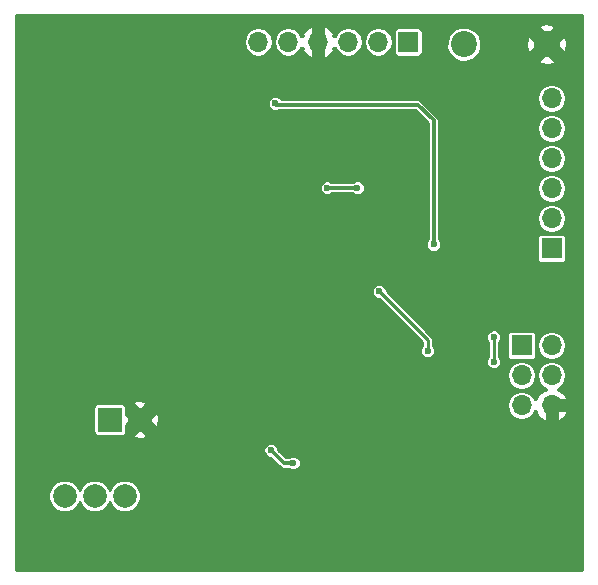
<source format=gbl>
G04 #@! TF.FileFunction,Copper,L2,Bot,Signal*
%FSLAX46Y46*%
G04 Gerber Fmt 4.6, Leading zero omitted, Abs format (unit mm)*
G04 Created by KiCad (PCBNEW 4.0.7) date 10/19/18 11:12:39*
%MOMM*%
%LPD*%
G01*
G04 APERTURE LIST*
%ADD10C,0.100000*%
%ADD11R,2.000000X2.000000*%
%ADD12C,2.000000*%
%ADD13R,1.700000X1.700000*%
%ADD14O,1.700000X1.700000*%
%ADD15C,2.200000*%
%ADD16C,0.600000*%
%ADD17C,0.300000*%
%ADD18C,0.250000*%
%ADD19C,0.254000*%
G04 APERTURE END LIST*
D10*
D11*
X138480000Y-134770000D03*
D12*
X141020000Y-134770000D03*
D13*
X173350000Y-128500000D03*
D14*
X175890000Y-128500000D03*
X173350000Y-131040000D03*
X175890000Y-131040000D03*
X173350000Y-133580000D03*
X175890000Y-133580000D03*
D13*
X175900000Y-120275000D03*
D14*
X175900000Y-117735000D03*
X175900000Y-115195000D03*
X175900000Y-112655000D03*
X175900000Y-110115000D03*
X175900000Y-107575000D03*
D12*
X137200000Y-141250000D03*
X139740000Y-141250000D03*
X134660000Y-141250000D03*
D15*
X168475000Y-103000000D03*
X175475000Y-103000000D03*
D13*
X163750000Y-102800000D03*
D14*
X161210000Y-102800000D03*
X158670000Y-102800000D03*
X156130000Y-102800000D03*
X153590000Y-102800000D03*
X151050000Y-102800000D03*
D16*
X152125000Y-137375000D03*
X154025000Y-138450000D03*
X157600000Y-106200000D03*
X156875000Y-136700000D03*
X150050000Y-136300000D03*
X150950000Y-136300000D03*
X149050000Y-136300000D03*
X155010000Y-137270000D03*
X153990000Y-137270000D03*
X155010000Y-135730000D03*
X153990000Y-135740000D03*
X157100000Y-123150000D03*
X162400000Y-122350000D03*
X157000000Y-144600000D03*
X153150000Y-112800000D03*
X149350000Y-142150000D03*
X154250000Y-130100000D03*
X155800000Y-131500000D03*
X154250000Y-132900000D03*
X163500000Y-109800000D03*
X173100000Y-110500000D03*
X171250000Y-123250000D03*
X172500000Y-121350000D03*
X156900000Y-115150000D03*
X159450000Y-115150000D03*
X171000000Y-127775000D03*
X171000000Y-129875000D03*
X165400000Y-128975000D03*
X161300000Y-123925000D03*
X165900000Y-119950000D03*
X152500000Y-108000000D03*
D17*
X152125000Y-137375000D02*
X153200000Y-138450000D01*
X153200000Y-138450000D02*
X154025000Y-138450000D01*
X156850000Y-115150000D02*
X156900000Y-115150000D01*
X159450000Y-115150000D02*
X156850000Y-115150000D01*
D18*
X171000000Y-129875000D02*
X171000000Y-127775000D01*
X165400000Y-128025000D02*
X165400000Y-128975000D01*
X161300000Y-123925000D02*
X165400000Y-128025000D01*
D17*
X165900000Y-109450000D02*
X165900000Y-119950000D01*
X164550000Y-108100000D02*
X165900000Y-109450000D01*
X152600000Y-108100000D02*
X164550000Y-108100000D01*
X152500000Y-108000000D02*
X152600000Y-108100000D01*
D19*
G36*
X178473000Y-147473000D02*
X130527000Y-147473000D01*
X130527000Y-141522701D01*
X133282762Y-141522701D01*
X133491956Y-142028989D01*
X133878974Y-142416683D01*
X134384896Y-142626760D01*
X134932701Y-142627238D01*
X135438989Y-142418044D01*
X135826683Y-142031026D01*
X135929995Y-141782224D01*
X136031956Y-142028989D01*
X136418974Y-142416683D01*
X136924896Y-142626760D01*
X137472701Y-142627238D01*
X137978989Y-142418044D01*
X138366683Y-142031026D01*
X138469995Y-141782224D01*
X138571956Y-142028989D01*
X138958974Y-142416683D01*
X139464896Y-142626760D01*
X140012701Y-142627238D01*
X140518989Y-142418044D01*
X140906683Y-142031026D01*
X141116760Y-141525104D01*
X141117238Y-140977299D01*
X140908044Y-140471011D01*
X140521026Y-140083317D01*
X140015104Y-139873240D01*
X139467299Y-139872762D01*
X138961011Y-140081956D01*
X138573317Y-140468974D01*
X138470005Y-140717776D01*
X138368044Y-140471011D01*
X137981026Y-140083317D01*
X137475104Y-139873240D01*
X136927299Y-139872762D01*
X136421011Y-140081956D01*
X136033317Y-140468974D01*
X135930005Y-140717776D01*
X135828044Y-140471011D01*
X135441026Y-140083317D01*
X134935104Y-139873240D01*
X134387299Y-139872762D01*
X133881011Y-140081956D01*
X133493317Y-140468974D01*
X133283240Y-140974896D01*
X133282762Y-141522701D01*
X130527000Y-141522701D01*
X130527000Y-137499171D01*
X151497891Y-137499171D01*
X151593145Y-137729703D01*
X151769369Y-137906235D01*
X151999735Y-138001891D01*
X152077379Y-138001959D01*
X152862710Y-138787290D01*
X153017460Y-138890691D01*
X153200000Y-138927000D01*
X153615229Y-138927000D01*
X153669369Y-138981235D01*
X153899735Y-139076891D01*
X154149171Y-139077109D01*
X154379703Y-138981855D01*
X154556235Y-138805631D01*
X154651891Y-138575265D01*
X154652109Y-138325829D01*
X154556855Y-138095297D01*
X154380631Y-137918765D01*
X154150265Y-137823109D01*
X153900829Y-137822891D01*
X153670297Y-137918145D01*
X153615346Y-137973000D01*
X153397580Y-137973000D01*
X152752042Y-137327462D01*
X152752109Y-137250829D01*
X152656855Y-137020297D01*
X152480631Y-136843765D01*
X152250265Y-136748109D01*
X152000829Y-136747891D01*
X151770297Y-136843145D01*
X151593765Y-137019369D01*
X151498109Y-137249735D01*
X151497891Y-137499171D01*
X130527000Y-137499171D01*
X130527000Y-133770000D01*
X137095615Y-133770000D01*
X137095615Y-135770000D01*
X137121903Y-135909708D01*
X137204470Y-136038020D01*
X137330453Y-136124101D01*
X137480000Y-136154385D01*
X139480000Y-136154385D01*
X139610854Y-136129763D01*
X140367344Y-136129763D01*
X140489764Y-136350458D01*
X141134941Y-136433065D01*
X141550236Y-136350458D01*
X141672656Y-136129763D01*
X141020000Y-135477107D01*
X140367344Y-136129763D01*
X139610854Y-136129763D01*
X139619708Y-136128097D01*
X139748020Y-136045530D01*
X139834101Y-135919547D01*
X139864385Y-135770000D01*
X139864385Y-135218508D01*
X140312893Y-134770000D01*
X141727107Y-134770000D01*
X142379763Y-135422656D01*
X142600458Y-135300236D01*
X142683065Y-134655059D01*
X142600458Y-134239764D01*
X142379763Y-134117344D01*
X141727107Y-134770000D01*
X140312893Y-134770000D01*
X139864385Y-134321492D01*
X139864385Y-133770000D01*
X139838097Y-133630292D01*
X139755530Y-133501980D01*
X139629547Y-133415899D01*
X139601588Y-133410237D01*
X140367344Y-133410237D01*
X141020000Y-134062893D01*
X141502893Y-133580000D01*
X172098962Y-133580000D01*
X172192362Y-134049553D01*
X172458342Y-134447620D01*
X172856409Y-134713600D01*
X173325962Y-134807000D01*
X173374038Y-134807000D01*
X173843591Y-134713600D01*
X174241658Y-134447620D01*
X174481947Y-134088002D01*
X174602159Y-134088002D01*
X174551119Y-134222356D01*
X174784155Y-134571175D01*
X175247639Y-134918915D01*
X175465000Y-134844168D01*
X175465000Y-134005000D01*
X176315000Y-134005000D01*
X176315000Y-134844168D01*
X176532361Y-134918915D01*
X176995845Y-134571175D01*
X177228881Y-134222356D01*
X177146310Y-134005000D01*
X176315000Y-134005000D01*
X175465000Y-134005000D01*
X175362000Y-134005000D01*
X175362000Y-133155000D01*
X175465000Y-133155000D01*
X175465000Y-133052000D01*
X176315000Y-133052000D01*
X176315000Y-133155000D01*
X177146310Y-133155000D01*
X177228881Y-132937644D01*
X176995845Y-132588825D01*
X176532361Y-132241085D01*
X176398002Y-132287289D01*
X176398002Y-132163971D01*
X176781658Y-131907620D01*
X177047638Y-131509553D01*
X177141038Y-131040000D01*
X177047638Y-130570447D01*
X176781658Y-130172380D01*
X176383591Y-129906400D01*
X175914038Y-129813000D01*
X175865962Y-129813000D01*
X175396409Y-129906400D01*
X174998342Y-130172380D01*
X174732362Y-130570447D01*
X174638962Y-131040000D01*
X174732362Y-131509553D01*
X174998342Y-131907620D01*
X175381998Y-132163971D01*
X175381998Y-132287289D01*
X175247639Y-132241085D01*
X174784155Y-132588825D01*
X174551119Y-132937644D01*
X174602159Y-133071998D01*
X174481947Y-133071998D01*
X174241658Y-132712380D01*
X173843591Y-132446400D01*
X173374038Y-132353000D01*
X173325962Y-132353000D01*
X172856409Y-132446400D01*
X172458342Y-132712380D01*
X172192362Y-133110447D01*
X172098962Y-133580000D01*
X141502893Y-133580000D01*
X141672656Y-133410237D01*
X141550236Y-133189542D01*
X140905059Y-133106935D01*
X140489764Y-133189542D01*
X140367344Y-133410237D01*
X139601588Y-133410237D01*
X139480000Y-133385615D01*
X137480000Y-133385615D01*
X137340292Y-133411903D01*
X137211980Y-133494470D01*
X137125899Y-133620453D01*
X137095615Y-133770000D01*
X130527000Y-133770000D01*
X130527000Y-131040000D01*
X172098962Y-131040000D01*
X172192362Y-131509553D01*
X172458342Y-131907620D01*
X172856409Y-132173600D01*
X173325962Y-132267000D01*
X173374038Y-132267000D01*
X173843591Y-132173600D01*
X174241658Y-131907620D01*
X174507638Y-131509553D01*
X174601038Y-131040000D01*
X174507638Y-130570447D01*
X174241658Y-130172380D01*
X173843591Y-129906400D01*
X173374038Y-129813000D01*
X173325962Y-129813000D01*
X172856409Y-129906400D01*
X172458342Y-130172380D01*
X172192362Y-130570447D01*
X172098962Y-131040000D01*
X130527000Y-131040000D01*
X130527000Y-124049171D01*
X160672891Y-124049171D01*
X160768145Y-124279703D01*
X160944369Y-124456235D01*
X161174735Y-124551891D01*
X161287766Y-124551990D01*
X164948000Y-128212225D01*
X164948000Y-128540272D01*
X164868765Y-128619369D01*
X164773109Y-128849735D01*
X164772891Y-129099171D01*
X164868145Y-129329703D01*
X165044369Y-129506235D01*
X165274735Y-129601891D01*
X165524171Y-129602109D01*
X165754703Y-129506855D01*
X165931235Y-129330631D01*
X166026891Y-129100265D01*
X166027109Y-128850829D01*
X165931855Y-128620297D01*
X165852000Y-128540302D01*
X165852000Y-128025000D01*
X165826972Y-127899171D01*
X170372891Y-127899171D01*
X170468145Y-128129703D01*
X170548000Y-128209698D01*
X170548000Y-129440272D01*
X170468765Y-129519369D01*
X170373109Y-129749735D01*
X170372891Y-129999171D01*
X170468145Y-130229703D01*
X170644369Y-130406235D01*
X170874735Y-130501891D01*
X171124171Y-130502109D01*
X171354703Y-130406855D01*
X171531235Y-130230631D01*
X171626891Y-130000265D01*
X171627109Y-129750829D01*
X171531855Y-129520297D01*
X171452000Y-129440302D01*
X171452000Y-128209728D01*
X171531235Y-128130631D01*
X171626891Y-127900265D01*
X171627109Y-127650829D01*
X171626767Y-127650000D01*
X172115615Y-127650000D01*
X172115615Y-129350000D01*
X172141903Y-129489708D01*
X172224470Y-129618020D01*
X172350453Y-129704101D01*
X172500000Y-129734385D01*
X174200000Y-129734385D01*
X174339708Y-129708097D01*
X174468020Y-129625530D01*
X174554101Y-129499547D01*
X174584385Y-129350000D01*
X174584385Y-128500000D01*
X174638962Y-128500000D01*
X174732362Y-128969553D01*
X174998342Y-129367620D01*
X175396409Y-129633600D01*
X175865962Y-129727000D01*
X175914038Y-129727000D01*
X176383591Y-129633600D01*
X176781658Y-129367620D01*
X177047638Y-128969553D01*
X177141038Y-128500000D01*
X177047638Y-128030447D01*
X176781658Y-127632380D01*
X176383591Y-127366400D01*
X175914038Y-127273000D01*
X175865962Y-127273000D01*
X175396409Y-127366400D01*
X174998342Y-127632380D01*
X174732362Y-128030447D01*
X174638962Y-128500000D01*
X174584385Y-128500000D01*
X174584385Y-127650000D01*
X174558097Y-127510292D01*
X174475530Y-127381980D01*
X174349547Y-127295899D01*
X174200000Y-127265615D01*
X172500000Y-127265615D01*
X172360292Y-127291903D01*
X172231980Y-127374470D01*
X172145899Y-127500453D01*
X172115615Y-127650000D01*
X171626767Y-127650000D01*
X171531855Y-127420297D01*
X171355631Y-127243765D01*
X171125265Y-127148109D01*
X170875829Y-127147891D01*
X170645297Y-127243145D01*
X170468765Y-127419369D01*
X170373109Y-127649735D01*
X170372891Y-127899171D01*
X165826972Y-127899171D01*
X165817594Y-127852027D01*
X165766126Y-127775000D01*
X165719613Y-127705388D01*
X161927011Y-123912787D01*
X161927109Y-123800829D01*
X161831855Y-123570297D01*
X161655631Y-123393765D01*
X161425265Y-123298109D01*
X161175829Y-123297891D01*
X160945297Y-123393145D01*
X160768765Y-123569369D01*
X160673109Y-123799735D01*
X160672891Y-124049171D01*
X130527000Y-124049171D01*
X130527000Y-115274171D01*
X156272891Y-115274171D01*
X156368145Y-115504703D01*
X156544369Y-115681235D01*
X156774735Y-115776891D01*
X157024171Y-115777109D01*
X157254703Y-115681855D01*
X157334698Y-115602000D01*
X159015272Y-115602000D01*
X159094369Y-115681235D01*
X159324735Y-115776891D01*
X159574171Y-115777109D01*
X159804703Y-115681855D01*
X159981235Y-115505631D01*
X160076891Y-115275265D01*
X160077109Y-115025829D01*
X159981855Y-114795297D01*
X159805631Y-114618765D01*
X159575265Y-114523109D01*
X159325829Y-114522891D01*
X159095297Y-114618145D01*
X159015302Y-114698000D01*
X157334728Y-114698000D01*
X157255631Y-114618765D01*
X157025265Y-114523109D01*
X156775829Y-114522891D01*
X156545297Y-114618145D01*
X156368765Y-114794369D01*
X156273109Y-115024735D01*
X156272891Y-115274171D01*
X130527000Y-115274171D01*
X130527000Y-108124171D01*
X151872891Y-108124171D01*
X151968145Y-108354703D01*
X152144369Y-108531235D01*
X152374735Y-108626891D01*
X152624171Y-108627109D01*
X152805948Y-108552000D01*
X164362776Y-108552000D01*
X165448000Y-109637224D01*
X165448000Y-119515272D01*
X165368765Y-119594369D01*
X165273109Y-119824735D01*
X165272891Y-120074171D01*
X165368145Y-120304703D01*
X165544369Y-120481235D01*
X165774735Y-120576891D01*
X166024171Y-120577109D01*
X166254703Y-120481855D01*
X166431235Y-120305631D01*
X166526891Y-120075265D01*
X166527109Y-119825829D01*
X166431855Y-119595297D01*
X166352000Y-119515302D01*
X166352000Y-119425000D01*
X174665615Y-119425000D01*
X174665615Y-121125000D01*
X174691903Y-121264708D01*
X174774470Y-121393020D01*
X174900453Y-121479101D01*
X175050000Y-121509385D01*
X176750000Y-121509385D01*
X176889708Y-121483097D01*
X177018020Y-121400530D01*
X177104101Y-121274547D01*
X177134385Y-121125000D01*
X177134385Y-119425000D01*
X177108097Y-119285292D01*
X177025530Y-119156980D01*
X176899547Y-119070899D01*
X176750000Y-119040615D01*
X175050000Y-119040615D01*
X174910292Y-119066903D01*
X174781980Y-119149470D01*
X174695899Y-119275453D01*
X174665615Y-119425000D01*
X166352000Y-119425000D01*
X166352000Y-117735000D01*
X174648962Y-117735000D01*
X174742362Y-118204553D01*
X175008342Y-118602620D01*
X175406409Y-118868600D01*
X175875962Y-118962000D01*
X175924038Y-118962000D01*
X176393591Y-118868600D01*
X176791658Y-118602620D01*
X177057638Y-118204553D01*
X177151038Y-117735000D01*
X177057638Y-117265447D01*
X176791658Y-116867380D01*
X176393591Y-116601400D01*
X175924038Y-116508000D01*
X175875962Y-116508000D01*
X175406409Y-116601400D01*
X175008342Y-116867380D01*
X174742362Y-117265447D01*
X174648962Y-117735000D01*
X166352000Y-117735000D01*
X166352000Y-115195000D01*
X174648962Y-115195000D01*
X174742362Y-115664553D01*
X175008342Y-116062620D01*
X175406409Y-116328600D01*
X175875962Y-116422000D01*
X175924038Y-116422000D01*
X176393591Y-116328600D01*
X176791658Y-116062620D01*
X177057638Y-115664553D01*
X177151038Y-115195000D01*
X177057638Y-114725447D01*
X176791658Y-114327380D01*
X176393591Y-114061400D01*
X175924038Y-113968000D01*
X175875962Y-113968000D01*
X175406409Y-114061400D01*
X175008342Y-114327380D01*
X174742362Y-114725447D01*
X174648962Y-115195000D01*
X166352000Y-115195000D01*
X166352000Y-112655000D01*
X174648962Y-112655000D01*
X174742362Y-113124553D01*
X175008342Y-113522620D01*
X175406409Y-113788600D01*
X175875962Y-113882000D01*
X175924038Y-113882000D01*
X176393591Y-113788600D01*
X176791658Y-113522620D01*
X177057638Y-113124553D01*
X177151038Y-112655000D01*
X177057638Y-112185447D01*
X176791658Y-111787380D01*
X176393591Y-111521400D01*
X175924038Y-111428000D01*
X175875962Y-111428000D01*
X175406409Y-111521400D01*
X175008342Y-111787380D01*
X174742362Y-112185447D01*
X174648962Y-112655000D01*
X166352000Y-112655000D01*
X166352000Y-110115000D01*
X174648962Y-110115000D01*
X174742362Y-110584553D01*
X175008342Y-110982620D01*
X175406409Y-111248600D01*
X175875962Y-111342000D01*
X175924038Y-111342000D01*
X176393591Y-111248600D01*
X176791658Y-110982620D01*
X177057638Y-110584553D01*
X177151038Y-110115000D01*
X177057638Y-109645447D01*
X176791658Y-109247380D01*
X176393591Y-108981400D01*
X175924038Y-108888000D01*
X175875962Y-108888000D01*
X175406409Y-108981400D01*
X175008342Y-109247380D01*
X174742362Y-109645447D01*
X174648962Y-110115000D01*
X166352000Y-110115000D01*
X166352000Y-109450000D01*
X166317594Y-109277027D01*
X166219612Y-109130388D01*
X164869612Y-107780388D01*
X164722973Y-107682406D01*
X164550000Y-107648000D01*
X153032972Y-107648000D01*
X153031855Y-107645297D01*
X152961681Y-107575000D01*
X174648962Y-107575000D01*
X174742362Y-108044553D01*
X175008342Y-108442620D01*
X175406409Y-108708600D01*
X175875962Y-108802000D01*
X175924038Y-108802000D01*
X176393591Y-108708600D01*
X176791658Y-108442620D01*
X177057638Y-108044553D01*
X177151038Y-107575000D01*
X177057638Y-107105447D01*
X176791658Y-106707380D01*
X176393591Y-106441400D01*
X175924038Y-106348000D01*
X175875962Y-106348000D01*
X175406409Y-106441400D01*
X175008342Y-106707380D01*
X174742362Y-107105447D01*
X174648962Y-107575000D01*
X152961681Y-107575000D01*
X152855631Y-107468765D01*
X152625265Y-107373109D01*
X152375829Y-107372891D01*
X152145297Y-107468145D01*
X151968765Y-107644369D01*
X151873109Y-107874735D01*
X151872891Y-108124171D01*
X130527000Y-108124171D01*
X130527000Y-102775962D01*
X149823000Y-102775962D01*
X149823000Y-102824038D01*
X149916400Y-103293591D01*
X150182380Y-103691658D01*
X150580447Y-103957638D01*
X151050000Y-104051038D01*
X151519553Y-103957638D01*
X151917620Y-103691658D01*
X152183600Y-103293591D01*
X152277000Y-102824038D01*
X152277000Y-102775962D01*
X152363000Y-102775962D01*
X152363000Y-102824038D01*
X152456400Y-103293591D01*
X152722380Y-103691658D01*
X153120447Y-103957638D01*
X153590000Y-104051038D01*
X154059553Y-103957638D01*
X154457620Y-103691658D01*
X154713971Y-103308002D01*
X154837289Y-103308002D01*
X154791085Y-103442361D01*
X155138825Y-103905845D01*
X155487644Y-104138881D01*
X155705000Y-104056310D01*
X155705000Y-103225000D01*
X155602000Y-103225000D01*
X155602000Y-102375000D01*
X155705000Y-102375000D01*
X155705000Y-101543690D01*
X156555000Y-101543690D01*
X156555000Y-102375000D01*
X156658000Y-102375000D01*
X156658000Y-103225000D01*
X156555000Y-103225000D01*
X156555000Y-104056310D01*
X156772356Y-104138881D01*
X157121175Y-103905845D01*
X157468915Y-103442361D01*
X157422711Y-103308002D01*
X157546029Y-103308002D01*
X157802380Y-103691658D01*
X158200447Y-103957638D01*
X158670000Y-104051038D01*
X159139553Y-103957638D01*
X159537620Y-103691658D01*
X159803600Y-103293591D01*
X159897000Y-102824038D01*
X159897000Y-102775962D01*
X159983000Y-102775962D01*
X159983000Y-102824038D01*
X160076400Y-103293591D01*
X160342380Y-103691658D01*
X160740447Y-103957638D01*
X161210000Y-104051038D01*
X161679553Y-103957638D01*
X162077620Y-103691658D01*
X162343600Y-103293591D01*
X162437000Y-102824038D01*
X162437000Y-102775962D01*
X162343600Y-102306409D01*
X162105455Y-101950000D01*
X162515615Y-101950000D01*
X162515615Y-103650000D01*
X162541903Y-103789708D01*
X162624470Y-103918020D01*
X162750453Y-104004101D01*
X162900000Y-104034385D01*
X164600000Y-104034385D01*
X164739708Y-104008097D01*
X164868020Y-103925530D01*
X164954101Y-103799547D01*
X164984385Y-103650000D01*
X164984385Y-103292505D01*
X166997744Y-103292505D01*
X167222130Y-103835560D01*
X167637254Y-104251409D01*
X168179918Y-104476743D01*
X168767505Y-104477256D01*
X168858455Y-104439676D01*
X174753745Y-104439676D01*
X174889990Y-104669459D01*
X175573395Y-104766252D01*
X176060010Y-104669459D01*
X176196255Y-104439676D01*
X175475000Y-103718420D01*
X174753745Y-104439676D01*
X168858455Y-104439676D01*
X169310560Y-104252870D01*
X169726409Y-103837746D01*
X169951743Y-103295082D01*
X169951914Y-103098395D01*
X173708748Y-103098395D01*
X173805541Y-103585010D01*
X174035324Y-103721255D01*
X174756580Y-103000000D01*
X176193420Y-103000000D01*
X176914676Y-103721255D01*
X177144459Y-103585010D01*
X177241252Y-102901605D01*
X177144459Y-102414990D01*
X176914676Y-102278745D01*
X176193420Y-103000000D01*
X174756580Y-103000000D01*
X174035324Y-102278745D01*
X173805541Y-102414990D01*
X173708748Y-103098395D01*
X169951914Y-103098395D01*
X169952256Y-102707495D01*
X169727870Y-102164440D01*
X169312746Y-101748591D01*
X168859350Y-101560324D01*
X174753745Y-101560324D01*
X175475000Y-102281580D01*
X176196255Y-101560324D01*
X176060010Y-101330541D01*
X175376605Y-101233748D01*
X174889990Y-101330541D01*
X174753745Y-101560324D01*
X168859350Y-101560324D01*
X168770082Y-101523257D01*
X168182495Y-101522744D01*
X167639440Y-101747130D01*
X167223591Y-102162254D01*
X166998257Y-102704918D01*
X166997744Y-103292505D01*
X164984385Y-103292505D01*
X164984385Y-101950000D01*
X164958097Y-101810292D01*
X164875530Y-101681980D01*
X164749547Y-101595899D01*
X164600000Y-101565615D01*
X162900000Y-101565615D01*
X162760292Y-101591903D01*
X162631980Y-101674470D01*
X162545899Y-101800453D01*
X162515615Y-101950000D01*
X162105455Y-101950000D01*
X162077620Y-101908342D01*
X161679553Y-101642362D01*
X161210000Y-101548962D01*
X160740447Y-101642362D01*
X160342380Y-101908342D01*
X160076400Y-102306409D01*
X159983000Y-102775962D01*
X159897000Y-102775962D01*
X159803600Y-102306409D01*
X159537620Y-101908342D01*
X159139553Y-101642362D01*
X158670000Y-101548962D01*
X158200447Y-101642362D01*
X157802380Y-101908342D01*
X157546029Y-102291998D01*
X157422711Y-102291998D01*
X157468915Y-102157639D01*
X157121175Y-101694155D01*
X156772356Y-101461119D01*
X156555000Y-101543690D01*
X155705000Y-101543690D01*
X155487644Y-101461119D01*
X155138825Y-101694155D01*
X154791085Y-102157639D01*
X154837289Y-102291998D01*
X154713971Y-102291998D01*
X154457620Y-101908342D01*
X154059553Y-101642362D01*
X153590000Y-101548962D01*
X153120447Y-101642362D01*
X152722380Y-101908342D01*
X152456400Y-102306409D01*
X152363000Y-102775962D01*
X152277000Y-102775962D01*
X152183600Y-102306409D01*
X151917620Y-101908342D01*
X151519553Y-101642362D01*
X151050000Y-101548962D01*
X150580447Y-101642362D01*
X150182380Y-101908342D01*
X149916400Y-102306409D01*
X149823000Y-102775962D01*
X130527000Y-102775962D01*
X130527000Y-100527000D01*
X178473000Y-100527000D01*
X178473000Y-147473000D01*
X178473000Y-147473000D01*
G37*
X178473000Y-147473000D02*
X130527000Y-147473000D01*
X130527000Y-141522701D01*
X133282762Y-141522701D01*
X133491956Y-142028989D01*
X133878974Y-142416683D01*
X134384896Y-142626760D01*
X134932701Y-142627238D01*
X135438989Y-142418044D01*
X135826683Y-142031026D01*
X135929995Y-141782224D01*
X136031956Y-142028989D01*
X136418974Y-142416683D01*
X136924896Y-142626760D01*
X137472701Y-142627238D01*
X137978989Y-142418044D01*
X138366683Y-142031026D01*
X138469995Y-141782224D01*
X138571956Y-142028989D01*
X138958974Y-142416683D01*
X139464896Y-142626760D01*
X140012701Y-142627238D01*
X140518989Y-142418044D01*
X140906683Y-142031026D01*
X141116760Y-141525104D01*
X141117238Y-140977299D01*
X140908044Y-140471011D01*
X140521026Y-140083317D01*
X140015104Y-139873240D01*
X139467299Y-139872762D01*
X138961011Y-140081956D01*
X138573317Y-140468974D01*
X138470005Y-140717776D01*
X138368044Y-140471011D01*
X137981026Y-140083317D01*
X137475104Y-139873240D01*
X136927299Y-139872762D01*
X136421011Y-140081956D01*
X136033317Y-140468974D01*
X135930005Y-140717776D01*
X135828044Y-140471011D01*
X135441026Y-140083317D01*
X134935104Y-139873240D01*
X134387299Y-139872762D01*
X133881011Y-140081956D01*
X133493317Y-140468974D01*
X133283240Y-140974896D01*
X133282762Y-141522701D01*
X130527000Y-141522701D01*
X130527000Y-137499171D01*
X151497891Y-137499171D01*
X151593145Y-137729703D01*
X151769369Y-137906235D01*
X151999735Y-138001891D01*
X152077379Y-138001959D01*
X152862710Y-138787290D01*
X153017460Y-138890691D01*
X153200000Y-138927000D01*
X153615229Y-138927000D01*
X153669369Y-138981235D01*
X153899735Y-139076891D01*
X154149171Y-139077109D01*
X154379703Y-138981855D01*
X154556235Y-138805631D01*
X154651891Y-138575265D01*
X154652109Y-138325829D01*
X154556855Y-138095297D01*
X154380631Y-137918765D01*
X154150265Y-137823109D01*
X153900829Y-137822891D01*
X153670297Y-137918145D01*
X153615346Y-137973000D01*
X153397580Y-137973000D01*
X152752042Y-137327462D01*
X152752109Y-137250829D01*
X152656855Y-137020297D01*
X152480631Y-136843765D01*
X152250265Y-136748109D01*
X152000829Y-136747891D01*
X151770297Y-136843145D01*
X151593765Y-137019369D01*
X151498109Y-137249735D01*
X151497891Y-137499171D01*
X130527000Y-137499171D01*
X130527000Y-133770000D01*
X137095615Y-133770000D01*
X137095615Y-135770000D01*
X137121903Y-135909708D01*
X137204470Y-136038020D01*
X137330453Y-136124101D01*
X137480000Y-136154385D01*
X139480000Y-136154385D01*
X139610854Y-136129763D01*
X140367344Y-136129763D01*
X140489764Y-136350458D01*
X141134941Y-136433065D01*
X141550236Y-136350458D01*
X141672656Y-136129763D01*
X141020000Y-135477107D01*
X140367344Y-136129763D01*
X139610854Y-136129763D01*
X139619708Y-136128097D01*
X139748020Y-136045530D01*
X139834101Y-135919547D01*
X139864385Y-135770000D01*
X139864385Y-135218508D01*
X140312893Y-134770000D01*
X141727107Y-134770000D01*
X142379763Y-135422656D01*
X142600458Y-135300236D01*
X142683065Y-134655059D01*
X142600458Y-134239764D01*
X142379763Y-134117344D01*
X141727107Y-134770000D01*
X140312893Y-134770000D01*
X139864385Y-134321492D01*
X139864385Y-133770000D01*
X139838097Y-133630292D01*
X139755530Y-133501980D01*
X139629547Y-133415899D01*
X139601588Y-133410237D01*
X140367344Y-133410237D01*
X141020000Y-134062893D01*
X141502893Y-133580000D01*
X172098962Y-133580000D01*
X172192362Y-134049553D01*
X172458342Y-134447620D01*
X172856409Y-134713600D01*
X173325962Y-134807000D01*
X173374038Y-134807000D01*
X173843591Y-134713600D01*
X174241658Y-134447620D01*
X174481947Y-134088002D01*
X174602159Y-134088002D01*
X174551119Y-134222356D01*
X174784155Y-134571175D01*
X175247639Y-134918915D01*
X175465000Y-134844168D01*
X175465000Y-134005000D01*
X176315000Y-134005000D01*
X176315000Y-134844168D01*
X176532361Y-134918915D01*
X176995845Y-134571175D01*
X177228881Y-134222356D01*
X177146310Y-134005000D01*
X176315000Y-134005000D01*
X175465000Y-134005000D01*
X175362000Y-134005000D01*
X175362000Y-133155000D01*
X175465000Y-133155000D01*
X175465000Y-133052000D01*
X176315000Y-133052000D01*
X176315000Y-133155000D01*
X177146310Y-133155000D01*
X177228881Y-132937644D01*
X176995845Y-132588825D01*
X176532361Y-132241085D01*
X176398002Y-132287289D01*
X176398002Y-132163971D01*
X176781658Y-131907620D01*
X177047638Y-131509553D01*
X177141038Y-131040000D01*
X177047638Y-130570447D01*
X176781658Y-130172380D01*
X176383591Y-129906400D01*
X175914038Y-129813000D01*
X175865962Y-129813000D01*
X175396409Y-129906400D01*
X174998342Y-130172380D01*
X174732362Y-130570447D01*
X174638962Y-131040000D01*
X174732362Y-131509553D01*
X174998342Y-131907620D01*
X175381998Y-132163971D01*
X175381998Y-132287289D01*
X175247639Y-132241085D01*
X174784155Y-132588825D01*
X174551119Y-132937644D01*
X174602159Y-133071998D01*
X174481947Y-133071998D01*
X174241658Y-132712380D01*
X173843591Y-132446400D01*
X173374038Y-132353000D01*
X173325962Y-132353000D01*
X172856409Y-132446400D01*
X172458342Y-132712380D01*
X172192362Y-133110447D01*
X172098962Y-133580000D01*
X141502893Y-133580000D01*
X141672656Y-133410237D01*
X141550236Y-133189542D01*
X140905059Y-133106935D01*
X140489764Y-133189542D01*
X140367344Y-133410237D01*
X139601588Y-133410237D01*
X139480000Y-133385615D01*
X137480000Y-133385615D01*
X137340292Y-133411903D01*
X137211980Y-133494470D01*
X137125899Y-133620453D01*
X137095615Y-133770000D01*
X130527000Y-133770000D01*
X130527000Y-131040000D01*
X172098962Y-131040000D01*
X172192362Y-131509553D01*
X172458342Y-131907620D01*
X172856409Y-132173600D01*
X173325962Y-132267000D01*
X173374038Y-132267000D01*
X173843591Y-132173600D01*
X174241658Y-131907620D01*
X174507638Y-131509553D01*
X174601038Y-131040000D01*
X174507638Y-130570447D01*
X174241658Y-130172380D01*
X173843591Y-129906400D01*
X173374038Y-129813000D01*
X173325962Y-129813000D01*
X172856409Y-129906400D01*
X172458342Y-130172380D01*
X172192362Y-130570447D01*
X172098962Y-131040000D01*
X130527000Y-131040000D01*
X130527000Y-124049171D01*
X160672891Y-124049171D01*
X160768145Y-124279703D01*
X160944369Y-124456235D01*
X161174735Y-124551891D01*
X161287766Y-124551990D01*
X164948000Y-128212225D01*
X164948000Y-128540272D01*
X164868765Y-128619369D01*
X164773109Y-128849735D01*
X164772891Y-129099171D01*
X164868145Y-129329703D01*
X165044369Y-129506235D01*
X165274735Y-129601891D01*
X165524171Y-129602109D01*
X165754703Y-129506855D01*
X165931235Y-129330631D01*
X166026891Y-129100265D01*
X166027109Y-128850829D01*
X165931855Y-128620297D01*
X165852000Y-128540302D01*
X165852000Y-128025000D01*
X165826972Y-127899171D01*
X170372891Y-127899171D01*
X170468145Y-128129703D01*
X170548000Y-128209698D01*
X170548000Y-129440272D01*
X170468765Y-129519369D01*
X170373109Y-129749735D01*
X170372891Y-129999171D01*
X170468145Y-130229703D01*
X170644369Y-130406235D01*
X170874735Y-130501891D01*
X171124171Y-130502109D01*
X171354703Y-130406855D01*
X171531235Y-130230631D01*
X171626891Y-130000265D01*
X171627109Y-129750829D01*
X171531855Y-129520297D01*
X171452000Y-129440302D01*
X171452000Y-128209728D01*
X171531235Y-128130631D01*
X171626891Y-127900265D01*
X171627109Y-127650829D01*
X171626767Y-127650000D01*
X172115615Y-127650000D01*
X172115615Y-129350000D01*
X172141903Y-129489708D01*
X172224470Y-129618020D01*
X172350453Y-129704101D01*
X172500000Y-129734385D01*
X174200000Y-129734385D01*
X174339708Y-129708097D01*
X174468020Y-129625530D01*
X174554101Y-129499547D01*
X174584385Y-129350000D01*
X174584385Y-128500000D01*
X174638962Y-128500000D01*
X174732362Y-128969553D01*
X174998342Y-129367620D01*
X175396409Y-129633600D01*
X175865962Y-129727000D01*
X175914038Y-129727000D01*
X176383591Y-129633600D01*
X176781658Y-129367620D01*
X177047638Y-128969553D01*
X177141038Y-128500000D01*
X177047638Y-128030447D01*
X176781658Y-127632380D01*
X176383591Y-127366400D01*
X175914038Y-127273000D01*
X175865962Y-127273000D01*
X175396409Y-127366400D01*
X174998342Y-127632380D01*
X174732362Y-128030447D01*
X174638962Y-128500000D01*
X174584385Y-128500000D01*
X174584385Y-127650000D01*
X174558097Y-127510292D01*
X174475530Y-127381980D01*
X174349547Y-127295899D01*
X174200000Y-127265615D01*
X172500000Y-127265615D01*
X172360292Y-127291903D01*
X172231980Y-127374470D01*
X172145899Y-127500453D01*
X172115615Y-127650000D01*
X171626767Y-127650000D01*
X171531855Y-127420297D01*
X171355631Y-127243765D01*
X171125265Y-127148109D01*
X170875829Y-127147891D01*
X170645297Y-127243145D01*
X170468765Y-127419369D01*
X170373109Y-127649735D01*
X170372891Y-127899171D01*
X165826972Y-127899171D01*
X165817594Y-127852027D01*
X165766126Y-127775000D01*
X165719613Y-127705388D01*
X161927011Y-123912787D01*
X161927109Y-123800829D01*
X161831855Y-123570297D01*
X161655631Y-123393765D01*
X161425265Y-123298109D01*
X161175829Y-123297891D01*
X160945297Y-123393145D01*
X160768765Y-123569369D01*
X160673109Y-123799735D01*
X160672891Y-124049171D01*
X130527000Y-124049171D01*
X130527000Y-115274171D01*
X156272891Y-115274171D01*
X156368145Y-115504703D01*
X156544369Y-115681235D01*
X156774735Y-115776891D01*
X157024171Y-115777109D01*
X157254703Y-115681855D01*
X157334698Y-115602000D01*
X159015272Y-115602000D01*
X159094369Y-115681235D01*
X159324735Y-115776891D01*
X159574171Y-115777109D01*
X159804703Y-115681855D01*
X159981235Y-115505631D01*
X160076891Y-115275265D01*
X160077109Y-115025829D01*
X159981855Y-114795297D01*
X159805631Y-114618765D01*
X159575265Y-114523109D01*
X159325829Y-114522891D01*
X159095297Y-114618145D01*
X159015302Y-114698000D01*
X157334728Y-114698000D01*
X157255631Y-114618765D01*
X157025265Y-114523109D01*
X156775829Y-114522891D01*
X156545297Y-114618145D01*
X156368765Y-114794369D01*
X156273109Y-115024735D01*
X156272891Y-115274171D01*
X130527000Y-115274171D01*
X130527000Y-108124171D01*
X151872891Y-108124171D01*
X151968145Y-108354703D01*
X152144369Y-108531235D01*
X152374735Y-108626891D01*
X152624171Y-108627109D01*
X152805948Y-108552000D01*
X164362776Y-108552000D01*
X165448000Y-109637224D01*
X165448000Y-119515272D01*
X165368765Y-119594369D01*
X165273109Y-119824735D01*
X165272891Y-120074171D01*
X165368145Y-120304703D01*
X165544369Y-120481235D01*
X165774735Y-120576891D01*
X166024171Y-120577109D01*
X166254703Y-120481855D01*
X166431235Y-120305631D01*
X166526891Y-120075265D01*
X166527109Y-119825829D01*
X166431855Y-119595297D01*
X166352000Y-119515302D01*
X166352000Y-119425000D01*
X174665615Y-119425000D01*
X174665615Y-121125000D01*
X174691903Y-121264708D01*
X174774470Y-121393020D01*
X174900453Y-121479101D01*
X175050000Y-121509385D01*
X176750000Y-121509385D01*
X176889708Y-121483097D01*
X177018020Y-121400530D01*
X177104101Y-121274547D01*
X177134385Y-121125000D01*
X177134385Y-119425000D01*
X177108097Y-119285292D01*
X177025530Y-119156980D01*
X176899547Y-119070899D01*
X176750000Y-119040615D01*
X175050000Y-119040615D01*
X174910292Y-119066903D01*
X174781980Y-119149470D01*
X174695899Y-119275453D01*
X174665615Y-119425000D01*
X166352000Y-119425000D01*
X166352000Y-117735000D01*
X174648962Y-117735000D01*
X174742362Y-118204553D01*
X175008342Y-118602620D01*
X175406409Y-118868600D01*
X175875962Y-118962000D01*
X175924038Y-118962000D01*
X176393591Y-118868600D01*
X176791658Y-118602620D01*
X177057638Y-118204553D01*
X177151038Y-117735000D01*
X177057638Y-117265447D01*
X176791658Y-116867380D01*
X176393591Y-116601400D01*
X175924038Y-116508000D01*
X175875962Y-116508000D01*
X175406409Y-116601400D01*
X175008342Y-116867380D01*
X174742362Y-117265447D01*
X174648962Y-117735000D01*
X166352000Y-117735000D01*
X166352000Y-115195000D01*
X174648962Y-115195000D01*
X174742362Y-115664553D01*
X175008342Y-116062620D01*
X175406409Y-116328600D01*
X175875962Y-116422000D01*
X175924038Y-116422000D01*
X176393591Y-116328600D01*
X176791658Y-116062620D01*
X177057638Y-115664553D01*
X177151038Y-115195000D01*
X177057638Y-114725447D01*
X176791658Y-114327380D01*
X176393591Y-114061400D01*
X175924038Y-113968000D01*
X175875962Y-113968000D01*
X175406409Y-114061400D01*
X175008342Y-114327380D01*
X174742362Y-114725447D01*
X174648962Y-115195000D01*
X166352000Y-115195000D01*
X166352000Y-112655000D01*
X174648962Y-112655000D01*
X174742362Y-113124553D01*
X175008342Y-113522620D01*
X175406409Y-113788600D01*
X175875962Y-113882000D01*
X175924038Y-113882000D01*
X176393591Y-113788600D01*
X176791658Y-113522620D01*
X177057638Y-113124553D01*
X177151038Y-112655000D01*
X177057638Y-112185447D01*
X176791658Y-111787380D01*
X176393591Y-111521400D01*
X175924038Y-111428000D01*
X175875962Y-111428000D01*
X175406409Y-111521400D01*
X175008342Y-111787380D01*
X174742362Y-112185447D01*
X174648962Y-112655000D01*
X166352000Y-112655000D01*
X166352000Y-110115000D01*
X174648962Y-110115000D01*
X174742362Y-110584553D01*
X175008342Y-110982620D01*
X175406409Y-111248600D01*
X175875962Y-111342000D01*
X175924038Y-111342000D01*
X176393591Y-111248600D01*
X176791658Y-110982620D01*
X177057638Y-110584553D01*
X177151038Y-110115000D01*
X177057638Y-109645447D01*
X176791658Y-109247380D01*
X176393591Y-108981400D01*
X175924038Y-108888000D01*
X175875962Y-108888000D01*
X175406409Y-108981400D01*
X175008342Y-109247380D01*
X174742362Y-109645447D01*
X174648962Y-110115000D01*
X166352000Y-110115000D01*
X166352000Y-109450000D01*
X166317594Y-109277027D01*
X166219612Y-109130388D01*
X164869612Y-107780388D01*
X164722973Y-107682406D01*
X164550000Y-107648000D01*
X153032972Y-107648000D01*
X153031855Y-107645297D01*
X152961681Y-107575000D01*
X174648962Y-107575000D01*
X174742362Y-108044553D01*
X175008342Y-108442620D01*
X175406409Y-108708600D01*
X175875962Y-108802000D01*
X175924038Y-108802000D01*
X176393591Y-108708600D01*
X176791658Y-108442620D01*
X177057638Y-108044553D01*
X177151038Y-107575000D01*
X177057638Y-107105447D01*
X176791658Y-106707380D01*
X176393591Y-106441400D01*
X175924038Y-106348000D01*
X175875962Y-106348000D01*
X175406409Y-106441400D01*
X175008342Y-106707380D01*
X174742362Y-107105447D01*
X174648962Y-107575000D01*
X152961681Y-107575000D01*
X152855631Y-107468765D01*
X152625265Y-107373109D01*
X152375829Y-107372891D01*
X152145297Y-107468145D01*
X151968765Y-107644369D01*
X151873109Y-107874735D01*
X151872891Y-108124171D01*
X130527000Y-108124171D01*
X130527000Y-102775962D01*
X149823000Y-102775962D01*
X149823000Y-102824038D01*
X149916400Y-103293591D01*
X150182380Y-103691658D01*
X150580447Y-103957638D01*
X151050000Y-104051038D01*
X151519553Y-103957638D01*
X151917620Y-103691658D01*
X152183600Y-103293591D01*
X152277000Y-102824038D01*
X152277000Y-102775962D01*
X152363000Y-102775962D01*
X152363000Y-102824038D01*
X152456400Y-103293591D01*
X152722380Y-103691658D01*
X153120447Y-103957638D01*
X153590000Y-104051038D01*
X154059553Y-103957638D01*
X154457620Y-103691658D01*
X154713971Y-103308002D01*
X154837289Y-103308002D01*
X154791085Y-103442361D01*
X155138825Y-103905845D01*
X155487644Y-104138881D01*
X155705000Y-104056310D01*
X155705000Y-103225000D01*
X155602000Y-103225000D01*
X155602000Y-102375000D01*
X155705000Y-102375000D01*
X155705000Y-101543690D01*
X156555000Y-101543690D01*
X156555000Y-102375000D01*
X156658000Y-102375000D01*
X156658000Y-103225000D01*
X156555000Y-103225000D01*
X156555000Y-104056310D01*
X156772356Y-104138881D01*
X157121175Y-103905845D01*
X157468915Y-103442361D01*
X157422711Y-103308002D01*
X157546029Y-103308002D01*
X157802380Y-103691658D01*
X158200447Y-103957638D01*
X158670000Y-104051038D01*
X159139553Y-103957638D01*
X159537620Y-103691658D01*
X159803600Y-103293591D01*
X159897000Y-102824038D01*
X159897000Y-102775962D01*
X159983000Y-102775962D01*
X159983000Y-102824038D01*
X160076400Y-103293591D01*
X160342380Y-103691658D01*
X160740447Y-103957638D01*
X161210000Y-104051038D01*
X161679553Y-103957638D01*
X162077620Y-103691658D01*
X162343600Y-103293591D01*
X162437000Y-102824038D01*
X162437000Y-102775962D01*
X162343600Y-102306409D01*
X162105455Y-101950000D01*
X162515615Y-101950000D01*
X162515615Y-103650000D01*
X162541903Y-103789708D01*
X162624470Y-103918020D01*
X162750453Y-104004101D01*
X162900000Y-104034385D01*
X164600000Y-104034385D01*
X164739708Y-104008097D01*
X164868020Y-103925530D01*
X164954101Y-103799547D01*
X164984385Y-103650000D01*
X164984385Y-103292505D01*
X166997744Y-103292505D01*
X167222130Y-103835560D01*
X167637254Y-104251409D01*
X168179918Y-104476743D01*
X168767505Y-104477256D01*
X168858455Y-104439676D01*
X174753745Y-104439676D01*
X174889990Y-104669459D01*
X175573395Y-104766252D01*
X176060010Y-104669459D01*
X176196255Y-104439676D01*
X175475000Y-103718420D01*
X174753745Y-104439676D01*
X168858455Y-104439676D01*
X169310560Y-104252870D01*
X169726409Y-103837746D01*
X169951743Y-103295082D01*
X169951914Y-103098395D01*
X173708748Y-103098395D01*
X173805541Y-103585010D01*
X174035324Y-103721255D01*
X174756580Y-103000000D01*
X176193420Y-103000000D01*
X176914676Y-103721255D01*
X177144459Y-103585010D01*
X177241252Y-102901605D01*
X177144459Y-102414990D01*
X176914676Y-102278745D01*
X176193420Y-103000000D01*
X174756580Y-103000000D01*
X174035324Y-102278745D01*
X173805541Y-102414990D01*
X173708748Y-103098395D01*
X169951914Y-103098395D01*
X169952256Y-102707495D01*
X169727870Y-102164440D01*
X169312746Y-101748591D01*
X168859350Y-101560324D01*
X174753745Y-101560324D01*
X175475000Y-102281580D01*
X176196255Y-101560324D01*
X176060010Y-101330541D01*
X175376605Y-101233748D01*
X174889990Y-101330541D01*
X174753745Y-101560324D01*
X168859350Y-101560324D01*
X168770082Y-101523257D01*
X168182495Y-101522744D01*
X167639440Y-101747130D01*
X167223591Y-102162254D01*
X166998257Y-102704918D01*
X166997744Y-103292505D01*
X164984385Y-103292505D01*
X164984385Y-101950000D01*
X164958097Y-101810292D01*
X164875530Y-101681980D01*
X164749547Y-101595899D01*
X164600000Y-101565615D01*
X162900000Y-101565615D01*
X162760292Y-101591903D01*
X162631980Y-101674470D01*
X162545899Y-101800453D01*
X162515615Y-101950000D01*
X162105455Y-101950000D01*
X162077620Y-101908342D01*
X161679553Y-101642362D01*
X161210000Y-101548962D01*
X160740447Y-101642362D01*
X160342380Y-101908342D01*
X160076400Y-102306409D01*
X159983000Y-102775962D01*
X159897000Y-102775962D01*
X159803600Y-102306409D01*
X159537620Y-101908342D01*
X159139553Y-101642362D01*
X158670000Y-101548962D01*
X158200447Y-101642362D01*
X157802380Y-101908342D01*
X157546029Y-102291998D01*
X157422711Y-102291998D01*
X157468915Y-102157639D01*
X157121175Y-101694155D01*
X156772356Y-101461119D01*
X156555000Y-101543690D01*
X155705000Y-101543690D01*
X155487644Y-101461119D01*
X155138825Y-101694155D01*
X154791085Y-102157639D01*
X154837289Y-102291998D01*
X154713971Y-102291998D01*
X154457620Y-101908342D01*
X154059553Y-101642362D01*
X153590000Y-101548962D01*
X153120447Y-101642362D01*
X152722380Y-101908342D01*
X152456400Y-102306409D01*
X152363000Y-102775962D01*
X152277000Y-102775962D01*
X152183600Y-102306409D01*
X151917620Y-101908342D01*
X151519553Y-101642362D01*
X151050000Y-101548962D01*
X150580447Y-101642362D01*
X150182380Y-101908342D01*
X149916400Y-102306409D01*
X149823000Y-102775962D01*
X130527000Y-102775962D01*
X130527000Y-100527000D01*
X178473000Y-100527000D01*
X178473000Y-147473000D01*
M02*

</source>
